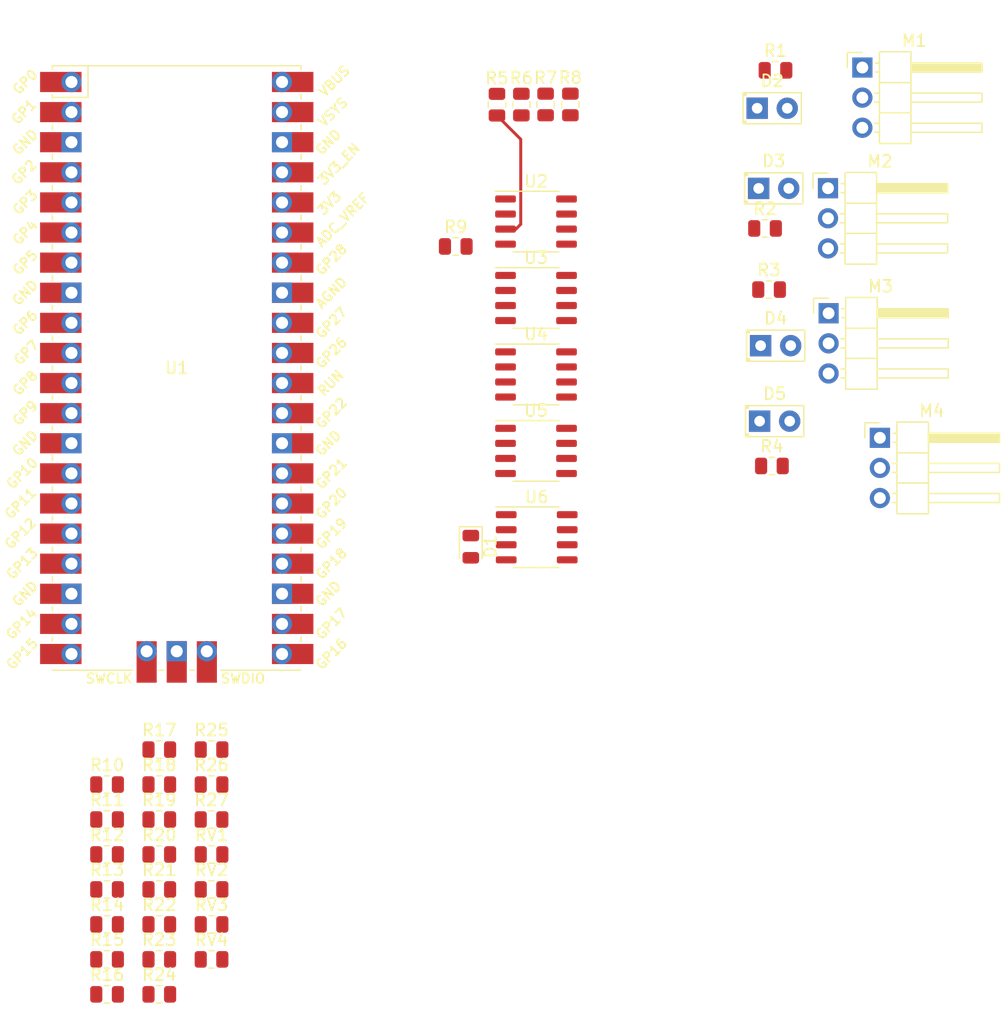
<source format=kicad_pcb>
(kicad_pcb (version 20221018) (generator pcbnew)
  (layers (0 "F.Cu" signal) (31 "B.Cu" signal) (34 "B.Paste" user) (35 "F.Paste" user) (36 "B.SilkS" user "B.Silkscreen") (37 "F.SilkS" user "F.Silkscreen") (38 "B.Mask" user) (39 "F.Mask" user) (44 "Edge.Cuts" user))
  (net 0 "")
  (net 1 "Net-(D1-K)")
  (net 2 "GND")
  (net 3 "Net-(D2-K)")
  (net 4 "OC_o1")
  (net 5 "Net-(D3-K)")
  (net 6 "Net-(D4-K)")
  (net 7 "Net-(D5-K)")
  (net 8 "PWM_1")
  (net 9 "Servo_1")
  (net 10 "PWM_2")
  (net 11 "Servo_2")
  (net 12 "PWM_3")
  (net 13 "Servo_3")
  (net 14 "PWM_4")
  (net 15 "Servo_4")
  (net 16 "VCC")
  (net 17 "Net-(U2A-+)")
  (net 18 "Net-(U2B-+)")
  (net 19 "Net-(U3A-+)")
  (net 20 "Net-(U3B-+)")
  (net 21 "Net-(U2A--)")
  (net 22 "Net-(U2B--)")
  (net 23 "Net-(U3B--)")
  (net 24 "Net-(U3A--)")
  (net 25 "Net-(U6A--)")
  (net 26 "V_ref")
  (net 27 "Net-(RV1-Pad1)")
  (net 28 "OC_1")
  (net 29 "Net-(RV2-Pad1)")
  (net 30 "OC_2")
  (net 31 "Net-(RV3-Pad1)")
  (net 32 "OC_4")
  (net 33 "Net-(RV4-Pad1)")
  (net 34 "OC_3")
  (net 69 "OC_o3")
  (net 70 "OC_o4")
  (net 71 "OC_o2")
  (footprint "Package_SO:SO-8_3.9x4.9mm_P1.27mm" (layer "F.Cu") (at 110.4 70.45)
    (fp_text reference "U5" (at 0 -3.4) (layer "F.SilkS"))
    (fp_text value "LM358")
    (pad "1" smd roundrect (at -2.575 -1.905) (size 1.75 0.6) (layers "F.Cu" "F.Paste" "F.Mask") (net 4 "OC_o1"))
    (pad "2" smd roundrect (at -2.575 -0.635) (size 1.75 0.6) (layers "F.Cu" "F.Paste" "F.Mask") (net 26 "V_ref"))
    (pad "3" smd roundrect (at -2.575 0.635) (size 1.75 0.6) (layers "F.Cu" "F.Paste" "F.Mask") (net 28 "OC_1"))
    (pad "4" smd roundrect (at -2.575 1.905) (size 1.75 0.6) (layers "F.Cu" "F.Paste" "F.Mask") (net 2 "GND"))
    (pad "5" smd roundrect (at 2.575 1.905) (size 1.75 0.6) (layers "F.Cu" "F.Paste" "F.Mask") (net 30 "OC_2"))
    (pad "6" smd roundrect (at 2.575 0.635) (size 1.75 0.6) (layers "F.Cu" "F.Paste" "F.Mask") (net 26 "V_ref"))
    (pad "7" smd roundrect (at 2.575 -0.635) (size 1.75 0.6) (layers "F.Cu" "F.Paste" "F.Mask") (net 71 "OC_o2"))
    (pad "8" smd roundrect (at 2.575 -1.905) (size 1.75 0.6) (layers "F.Cu" "F.Paste" "F.Mask") (net 16 "VCC"))
  )
  (footprint "Resistor_SMD:R_0805_2012Metric" (layer "F.Cu") (at 78.59 113.35)
    (fp_text reference "R23" (at 0 -1.65) (layer "F.SilkS"))
    (fp_text value "22k")
    (pad "1" smd roundrect (at -0.9125 0) (size 1.025 1.4) (layers "F.Cu" "F.Paste" "F.Mask") (roundrect_rratio 0.243902) (net 2 "GND"))
    (pad "2" smd roundrect (at 0.9125 0) (size 1.025 1.4) (layers "F.Cu" "F.Paste" "F.Mask") (roundrect_rratio 0.243902) (net 25 "Net-(U6A--)"))
  )
  (footprint "Resistor_SMD:R_0805_2012Metric" (layer "F.Cu") (at 74.18 107.45)
    (fp_text reference "R13" (at 0 -1.65) (layer "F.SilkS"))
    (fp_text value "1k")
    (pad "1" smd roundrect (at -0.9125 0) (size 1.025 1.4) (layers "F.Cu" "F.Paste" "F.Mask") (roundrect_rratio 0.243902) (net 9 "Servo_1"))
    (pad "2" smd roundrect (at 0.9125 0) (size 1.025 1.4) (layers "F.Cu" "F.Paste" "F.Mask") (roundrect_rratio 0.243902) (net 21 "Net-(U2A--)"))
  )
  (footprint "Resistor_SMD:R_0805_2012Metric" (layer "F.Cu") (at 83 104.5)
    (fp_text reference "RV1" (at 0 -1.65) (layer "F.SilkS"))
    (fp_text value "100k")
    (pad "1" smd roundrect (at -0.9125 0) (size 1.025 1.4) (layers "F.Cu" "F.Paste" "F.Mask") (roundrect_rratio 0.243902) (net 27 "Net-(RV1-Pad1)"))
    (pad "2" smd roundrect (at 0.9125 0) (size 1.025 1.4) (layers "F.Cu" "F.Paste" "F.Mask") (roundrect_rratio 0.243902) (net 28 "OC_1"))
  )
  (footprint "LED_THT:LED_D2.0mm_W4.8mm_H2.5mm_FlatTop" (layer "F.Cu") (at 129.075 41.54)
    (fp_text reference "D2" (at 1.27 -2.31) (layer "F.SilkS"))
    (fp_text value "LED")
    (pad "1" thru_hole rect (at 0 0) (size 1.8 1.8) (drill 0.9) (layers "*.Cu" "*.Mask") (net 3 "Net-(D2-K)"))
    (pad "2" thru_hole circle (at 2.54 0) (size 1.8 1.8) (drill 0.9) (layers "*.Cu" "*.Mask") (net 4 "OC_o1"))
  )
  (footprint "Package_SO:SO-8_3.9x4.9mm_P1.27mm" (layer "F.Cu") (at 110.4575 77.735)
    (fp_text reference "U6" (at 0 -3.4) (layer "F.SilkS"))
    (fp_text value "LM358")
    (pad "1" smd roundrect (at -2.575 -1.905) (size 1.75 0.6) (layers "F.Cu" "F.Paste" "F.Mask") (net 26 "V_ref"))
    (pad "2" smd roundrect (at -2.575 -0.635) (size 1.75 0.6) (layers "F.Cu" "F.Paste" "F.Mask") (net 25 "Net-(U6A--)"))
    (pad "3" smd roundrect (at -2.575 0.635) (size 1.75 0.6) (layers "F.Cu" "F.Paste" "F.Mask") (net 1 "Net-(D1-K)"))
    (pad "4" smd roundrect (at -2.575 1.905) (size 1.75 0.6) (layers "F.Cu" "F.Paste" "F.Mask") (net 2 "GND"))
    (pad "5" smd roundrect (at 2.575 1.905) (size 1.75 0.6) (layers "F.Cu" "F.Paste" "F.Mask"))
    (pad "6" smd roundrect (at 2.575 0.635) (size 1.75 0.6) (layers "F.Cu" "F.Paste" "F.Mask"))
    (pad "7" smd roundrect (at 2.575 -0.635) (size 1.75 0.6) (layers "F.Cu" "F.Paste" "F.Mask"))
    (pad "8" smd roundrect (at 2.575 -1.905) (size 1.75 0.6) (layers "F.Cu" "F.Paste" "F.Mask") (net 16 "VCC"))
  )
  (footprint "Resistor_SMD:R_0805_2012Metric" (layer "F.Cu") (at 109.16 41.23 -90)
    (fp_text reference "R6" (at -2.2425 0 -180) (layer "F.SilkS"))
    (fp_text value "1k")
    (pad "1" smd roundrect (at -0.9125 0 270) (size 1.025 1.4) (layers "F.Cu" "F.Paste" "F.Mask") (roundrect_rratio 0.243902) (net 16 "VCC"))
    (pad "2" smd roundrect (at 0.9125 0 270) (size 1.025 1.4) (layers "F.Cu" "F.Paste" "F.Mask") (roundrect_rratio 0.243902) (net 18 "Net-(U2B-+)"))
  )
  (footprint "Resistor_SMD:R_0805_2012Metric" (layer "F.Cu") (at 83 107.45)
    (fp_text reference "RV2" (at 0 -1.65) (layer "F.SilkS"))
    (fp_text value "100k")
    (pad "1" smd roundrect (at -0.9125 0) (size 1.025 1.4) (layers "F.Cu" "F.Paste" "F.Mask") (roundrect_rratio 0.243902) (net 29 "Net-(RV2-Pad1)"))
    (pad "2" smd roundrect (at 0.9125 0) (size 1.025 1.4) (layers "F.Cu" "F.Paste" "F.Mask") (roundrect_rratio 0.243902) (net 30 "OC_2"))
  )
  (footprint "Resistor_SMD:R_0805_2012Metric" (layer "F.Cu") (at 78.59 104.5)
    (fp_text reference "R20" (at 0 -1.65) (layer "F.SilkS"))
    (fp_text value "4.7k")
    (pad "1" smd roundrect (at -0.9125 0) (size 1.025 1.4) (layers "F.Cu" "F.Paste" "F.Mask") (roundrect_rratio 0.243902) (net 2 "GND"))
    (pad "2" smd roundrect (at 0.9125 0) (size 1.025 1.4) (layers "F.Cu" "F.Paste" "F.Mask") (roundrect_rratio 0.243902) (net 24 "Net-(U3A--)"))
  )
  (footprint "Resistor_SMD:R_0805_2012Metric" (layer "F.Cu") (at 78.59 116.3)
    (fp_text reference "R24" (at 0 -1.65) (layer "F.SilkS"))
    (fp_text value "220")
    (pad "1" smd roundrect (at -0.9125 0) (size 1.025 1.4) (layers "F.Cu" "F.Paste" "F.Mask") (roundrect_rratio 0.243902) (net 3 "Net-(D2-K)"))
    (pad "2" smd roundrect (at 0.9125 0) (size 1.025 1.4) (layers "F.Cu" "F.Paste" "F.Mask") (roundrect_rratio 0.243902) (net 2 "GND"))
  )
  (footprint "Resistor_SMD:R_0805_2012Metric" (layer "F.Cu") (at 83 95.65)
    (fp_text reference "R25" (at 0 -1.65) (layer "F.SilkS"))
    (fp_text value "220")
    (pad "1" smd roundrect (at -0.9125 0) (size 1.025 1.4) (layers "F.Cu" "F.Paste" "F.Mask") (roundrect_rratio 0.243902) (net 5 "Net-(D3-K)"))
    (pad "2" smd roundrect (at 0.9125 0) (size 1.025 1.4) (layers "F.Cu" "F.Paste" "F.Mask") (roundrect_rratio 0.243902) (net 2 "GND"))
  )
  (footprint "Resistor_SMD:R_0805_2012Metric" (layer "F.Cu") (at 107.1 41.2375 -90)
    (fp_text reference "R5" (at -2.24 0 -180) (layer "F.SilkS"))
    (fp_text value "1k")
    (pad "1" smd roundrect (at -0.9125 0 270) (size 1.025 1.4) (layers "F.Cu" "F.Paste" "F.Mask") (roundrect_rratio 0.243902) (net 16 "VCC"))
    (pad "2" smd roundrect (at 0.9125 0 270) (size 1.025 1.4) (layers "F.Cu" "F.Paste" "F.Mask") (roundrect_rratio 0.243902) (net 17 "Net-(U2A-+)"))
  )
  (footprint "Resistor_SMD:R_0805_2012Metric" (layer "F.Cu") (at 78.59 107.45)
    (fp_text reference "R21" (at 0 -1.65) (layer "F.SilkS"))
    (fp_text value "10k")
    (pad "1" smd roundrect (at -0.9125 0) (size 1.025 1.4) (layers "F.Cu" "F.Paste" "F.Mask") (roundrect_rratio 0.243902) (net 16 "VCC"))
    (pad "2" smd roundrect (at 0.9125 0) (size 1.025 1.4) (layers "F.Cu" "F.Paste" "F.Mask") (roundrect_rratio 0.243902) (net 1 "Net-(D1-K)"))
  )
  (footprint "Resistor_SMD:R_0805_2012Metric" (layer "F.Cu") (at 83 98.6)
    (fp_text reference "R26" (at 0 -1.65) (layer "F.SilkS"))
    (fp_text value "220")
    (pad "1" smd roundrect (at -0.9125 0) (size 1.025 1.4) (layers "F.Cu" "F.Paste" "F.Mask") (roundrect_rratio 0.243902) (net 6 "Net-(D4-K)"))
    (pad "2" smd roundrect (at 0.9125 0) (size 1.025 1.4) (layers "F.Cu" "F.Paste" "F.Mask") (roundrect_rratio 0.243902) (net 2 "GND"))
  )
  (footprint "Resistor_SMD:R_0805_2012Metric" (layer "F.Cu") (at 74.18 98.6)
    (fp_text reference "R10" (at 0 -1.65) (layer "F.SilkS"))
    (fp_text value "4.7k")
    (pad "1" smd roundrect (at -0.9125 0) (size 1.025 1.4) (layers "F.Cu" "F.Paste" "F.Mask") (roundrect_rratio 0.243902) (net 18 "Net-(U2B-+)"))
    (pad "2" smd roundrect (at 0.9125 0) (size 1.025 1.4) (layers "F.Cu" "F.Paste" "F.Mask") (roundrect_rratio 0.243902) (net 2 "GND"))
  )
  (footprint "Connector_PinHeader_2.54mm:PinHeader_1x03_P2.54mm_Horizontal" (layer "F.Cu") (at 135.055 48.285)
    (fp_text reference "M2" (at 4.385 -2.27) (layer "F.SilkS"))
    (fp_text value "Motor_Servo")
    (pad "1" thru_hole rect (at 0 0) (size 1.7 1.7) (drill 1) (layers "*.Cu" "*.Mask") (net 10 "PWM_2"))
    (pad "2" thru_hole oval (at 0 2.54) (size 1.7 1.7) (drill 1) (layers "*.Cu" "*.Mask") (net 11 "Servo_2"))
    (pad "3" thru_hole oval (at 0 5.08) (size 1.7 1.7) (drill 1) (layers "*.Cu" "*.Mask") (net 2 "GND"))
  )
  (footprint "LED_THT:LED_D2.0mm_W4.8mm_H2.5mm_FlatTop" (layer "F.Cu") (at 129.365 61.57)
    (fp_text reference "D4" (at 1.27 -2.31) (layer "F.SilkS"))
    (fp_text value "LED")
    (pad "1" thru_hole rect (at 0 0) (size 1.8 1.8) (drill 0.9) (layers "*.Cu" "*.Mask") (net 6 "Net-(D4-K)"))
    (pad "2" thru_hole circle (at 2.54 0) (size 1.8 1.8) (drill 0.9) (layers "*.Cu" "*.Mask") (net 4 "OC_o1"))
  )
  (footprint "Connector_PinHeader_2.54mm:PinHeader_1x03_P2.54mm_Horizontal" (layer "F.Cu") (at 135.105 58.835)
    (fp_text reference "M3" (at 4.385 -2.27) (layer "F.SilkS"))
    (fp_text value "Motor_Servo")
    (pad "1" thru_hole rect (at 0 0) (size 1.7 1.7) (drill 1) (layers "*.Cu" "*.Mask") (net 12 "PWM_3"))
    (pad "2" thru_hole oval (at 0 2.54) (size 1.7 1.7) (drill 1) (layers "*.Cu" "*.Mask") (net 13 "Servo_3"))
    (pad "3" thru_hole oval (at 0 5.08) (size 1.7 1.7) (drill 1) (layers "*.Cu" "*.Mask") (net 2 "GND"))
  )
  (footprint "Resistor_SMD:R_0805_2012Metric" (layer "F.Cu") (at 130.0775 56.84)
    (fp_text reference "R3" (at 0 -1.65) (layer "F.SilkS"))
    (fp_text value "0.6")
    (pad "1" smd roundrect (at -0.9125 0) (size 1.025 1.4) (layers "F.Cu" "F.Paste" "F.Mask") (roundrect_rratio 0.243902) (net 16 "VCC"))
    (pad "2" smd roundrect (at 0.9125 0) (size 1.025 1.4) (layers "F.Cu" "F.Paste" "F.Mask") (roundrect_rratio 0.243902) (net 13 "Servo_3"))
  )
  (footprint "Resistor_SMD:R_0805_2012Metric" (layer "F.Cu") (at 129.7375 51.68)
    (fp_text reference "R2" (at 0 -1.65) (layer "F.SilkS"))
    (fp_text value "0.6")
    (pad "1" smd roundrect (at -0.9125 0) (size 1.025 1.4) (layers "F.Cu" "F.Paste" "F.Mask") (roundrect_rratio 0.243902) (net 16 "VCC"))
    (pad "2" smd roundrect (at 0.9125 0) (size 1.025 1.4) (layers "F.Cu" "F.Paste" "F.Mask") (roundrect_rratio 0.243902) (net 11 "Servo_2"))
  )
  (footprint "Connector_PinHeader_2.54mm:PinHeader_1x03_P2.54mm_Horizontal" (layer "F.Cu") (at 137.955 38.105)
    (fp_text reference "M1" (at 4.385 -2.27) (layer "F.SilkS"))
    (fp_text value "Motor_Servo")
    (pad "1" thru_hole rect (at 0 0) (size 1.7 1.7) (drill 1) (layers "*.Cu" "*.Mask") (net 8 "PWM_1"))
    (pad "2" thru_hole oval (at 0 2.54) (size 1.7 1.7) (drill 1) (layers "*.Cu" "*.Mask") (net 9 "Servo_1"))
    (pad "3" thru_hole oval (at 0 5.08) (size 1.7 1.7) (drill 1) (layers "*.Cu" "*.Mask") (net 2 "GND"))
  )
  (footprint "Package_SO:SO-8_3.9x4.9mm_P1.27mm" (layer "F.Cu") (at 110.4 51.1)
    (fp_text reference "U2" (at 0 -3.4) (layer "F.SilkS"))
    (fp_text value "LM358")
    (pad "1" smd roundrect (at -2.575 -1.905) (size 1.75 0.6) (layers "F.Cu" "F.Paste" "F.Mask") (net 27 "Net-(RV1-Pad1)"))
    (pad "2" smd roundrect (at -2.575 -0.635) (size 1.75 0.6) (layers "F.Cu" "F.Paste" "F.Mask") (net 21 "Net-(U2A--)"))
    (pad "3" smd roundrect (at -2.575 0.635) (size 1.75 0.6) (layers "F.Cu" "F.Paste" "F.Mask") (net 17 "Net-(U2A-+)"))
    (pad "4" smd roundrect (at -2.575 1.905) (size 1.75 0.6) (layers "F.Cu" "F.Paste" "F.Mask") (net 2 "GND"))
    (pad "5" smd roundrect (at 2.575 1.905) (size 1.75 0.6) (layers "F.Cu" "F.Paste" "F.Mask") (net 18 "Net-(U2B-+)"))
    (pad "6" smd roundrect (at 2.575 0.635) (size 1.75 0.6) (layers "F.Cu" "F.Paste" "F.Mask") (net 22 "Net-(U2B--)"))
    (pad "7" smd roundrect (at 2.575 -0.635) (size 1.75 0.6) (layers "F.Cu" "F.Paste" "F.Mask") (net 29 "Net-(RV2-Pad1)"))
    (pad "8" smd roundrect (at 2.575 -1.905) (size 1.75 0.6) (layers "F.Cu" "F.Paste" "F.Mask") (net 16 "VCC"))
  )
  (footprint "Resistor_SMD:R_0805_2012Metric" (layer "F.Cu") (at 78.59 110.4)
    (fp_text reference "R22" (at 0 -1.65) (layer "F.SilkS"))
    (fp_text value "47k")
    (pad "1" smd roundrect (at -0.9125 0) (size 1.025 1.4) (layers "F.Cu" "F.Paste" "F.Mask") (roundrect_rratio 0.243902) (net 25 "Net-(U6A--)"))
    (pad "2" smd roundrect (at 0.9125 0) (size 1.025 1.4) (layers "F.Cu" "F.Paste" "F.Mask") (roundrect_rratio 0.243902) (net 26 "V_ref"))
  )
  (footprint "Resistor_SMD:R_0805_2012Metric" (layer "F.Cu") (at 113.3 41.22 -90)
    (fp_text reference "R8" (at -2.2625 0 -180) (layer "F.SilkS"))
    (fp_text value "1k")
    (pad "1" smd roundrect (at -0.9125 0 270) (size 1.025 1.4) (layers "F.Cu" "F.Paste" "F.Mask") (roundrect_rratio 0.243902) (net 16 "VCC"))
    (pad "2" smd roundrect (at 0.9125 0 270) (size 1.025 1.4) (layers "F.Cu" "F.Paste" "F.Mask") (roundrect_rratio 0.243902) (net 20 "Net-(U3B-+)"))
  )
  (footprint "Resistor_SMD:R_0805_2012Metric" (layer "F.Cu") (at 103.6225 53.2)
    (fp_text reference "R9" (at 0 -1.65) (layer "F.SilkS"))
    (fp_text value "4.7k")
    (pad "1" smd roundrect (at -0.9125 0) (size 1.025 1.4) (layers "F.Cu" "F.Paste" "F.Mask") (roundrect_rratio 0.243902) (net 17 "Net-(U2A-+)"))
    (pad "2" smd roundrect (at 0.9125 0) (size 1.025 1.4) (layers "F.Cu" "F.Paste" "F.Mask") (roundrect_rratio 0.243902) (net 2 "GND"))
  )
  (footprint "Resistor_SMD:R_0805_2012Metric" (layer "F.Cu") (at 111.21 41.22 -90)
    (fp_text reference "R7" (at -2.2425 0 -180) (layer "F.SilkS"))
    (fp_text value "1k")
    (pad "1" smd roundrect (at -0.9125 0 270) (size 1.025 1.4) (layers "F.Cu" "F.Paste" "F.Mask") (roundrect_rratio 0.243902) (net 16 "VCC"))
    (pad "2" smd roundrect (at 0.9125 0 270) (size 1.025 1.4) (layers "F.Cu" "F.Paste" "F.Mask") (roundrect_rratio 0.243902) (net 19 "Net-(U3A-+)"))
  )
  (footprint "Resistor_SMD:R_0805_2012Metric" (layer "F.Cu") (at 74.18 113.35)
    (fp_text reference "R15" (at 0 -1.65) (layer "F.SilkS"))
    (fp_text value "1k")
    (pad "1" smd roundrect (at -0.9125 0) (size 1.025 1.4) (layers "F.Cu" "F.Paste" "F.Mask") (roundrect_rratio 0.243902) (net 11 "Servo_2"))
    (pad "2" smd roundrect (at 0.9125 0) (size 1.025 1.4) (layers "F.Cu" "F.Paste" "F.Mask") (roundrect_rratio 0.243902) (net 22 "Net-(U2B--)"))
  )
  (footprint "Resistor_SMD:R_0805_2012Metric" (layer "F.Cu") (at 130.3175 71.72)
    (fp_text reference "R4" (at 0 -1.65) (layer "F.SilkS"))
    (fp_text value "0.6")
    (pad "1" smd roundrect (at -0.9125 0) (size 1.025 1.4) (layers "F.Cu" "F.Paste" "F.Mask") (roundrect_rratio 0.243902) (net 16 "VCC"))
    (pad "2" smd roundrect (at 0.9125 0) (size 1.025 1.4) (layers "F.Cu" "F.Paste" "F.Mask") (roundrect_rratio 0.243902) (net 15 "Servo_4"))
  )
  (footprint "Resistor_SMD:R_0805_2012Metric" (layer "F.Cu") (at 74.18 110.4)
    (fp_text reference "R14" (at 0 -1.65) (layer "F.SilkS"))
    (fp_text value "4.7k")
    (pad "1" smd roundrect (at -0.9125 0) (size 1.025 1.4) (layers "F.Cu" "F.Paste" "F.Mask") (roundrect_rratio 0.243902) (net 2 "GND"))
    (pad "2" smd roundrect (at 0.9125 0) (size 1.025 1.4) (layers "F.Cu" "F.Paste" "F.Mask") (roundrect_rratio 0.243902) (net 21 "Net-(U2A--)"))
  )
  (footprint "Resistor_SMD:R_0805_2012Metric" (layer "F.Cu") (at 83 110.4)
    (fp_text reference "RV3" (at 0 -1.65) (layer "F.SilkS"))
    (fp_text value "100k")
    (pad "1" smd roundrect (at -0.9125 0) (size 1.025 1.4) (layers "F.Cu" "F.Paste" "F.Mask") (roundrect_rratio 0.243902) (net 31 "Net-(RV3-Pad1)"))
    (pad "2" smd roundrect (at 0.9125 0) (size 1.025 1.4) (layers "F.Cu" "F.Paste" "F.Mask") (roundrect_rratio 0.243902) (net 32 "OC_4"))
  )
  (footprint "Diode_SMD:D_0805_2012Metric" (layer "F.Cu") (at 104.8925 78.53 -90)
    (fp_text reference "D1" (at 0 -1.65 -90) (layer "F.SilkS"))
    (fp_text value "1N4001")
    (pad "1" smd roundrect (at -0.9375 0 270) (size 0.975 1.4) (layers "F.Cu" "F.Paste" "F.Mask") (net 1 "Net-(D1-K)"))
    (pad "2" smd roundrect (at 0.9375 0 270) (size 0.975 1.4) (layers "F.Cu" "F.Paste" "F.Mask") (net 2 "GND"))
  )
  (footprint "Resistor_SMD:R_0805_2012Metric" (layer "F.Cu") (at 78.59 98.6)
    (fp_text reference "R18" (at 0 -1.65) (layer "F.SilkS"))
    (fp_text value "4.7k")
    (pad "1" smd roundrect (at -0.9125 0) (size 1.025 1.4) (layers "F.Cu" "F.Paste" "F.Mask") (roundrect_rratio 0.243902) (net 2 "GND"))
    (pad "2" smd roundrect (at 0.9125 0) (size 1.025 1.4) (layers "F.Cu" "F.Paste" "F.Mask") (roundrect_rratio 0.243902) (net 23 "Net-(U3B--)"))
  )
  (footprint "Resistor_SMD:R_0805_2012Metric" (layer "F.Cu") (at 130.62 38.34)
    (fp_text reference "R1" (at 0 -1.65) (layer "F.SilkS"))
    (fp_text value "0.6")
    (pad "1" smd roundrect (at -0.9125 0) (size 1.025 1.4) (layers "F.Cu" "F.Paste" "F.Mask") (roundrect_rratio 0.243902) (net 16 "VCC"))
    (pad "2" smd roundrect (at 0.9125 0) (size 1.025 1.4) (layers "F.Cu" "F.Paste" "F.Mask") (roundrect_rratio 0.243902) (net 9 "Servo_1"))
  )
  (footprint "LED_THT:LED_D2.0mm_W4.8mm_H2.5mm_FlatTop" (layer "F.Cu") (at 129.28 67.94)
    (fp_text reference "D5" (at 1.27 -2.31) (layer "F.SilkS"))
    (fp_text value "LED")
    (pad "1" thru_hole rect (at 0 0) (size 1.8 1.8) (drill 0.9) (layers "*.Cu" "*.Mask") (net 7 "Net-(D5-K)"))
    (pad "2" thru_hole circle (at 2.54 0) (size 1.8 1.8) (drill 0.9) (layers "*.Cu" "*.Mask") (net 4 "OC_o1"))
  )
  (footprint "Resistor_SMD:R_0805_2012Metric" (layer "F.Cu") (at 83 113.35)
    (fp_text reference "RV4" (at 0 -1.65) (layer "F.SilkS"))
    (fp_text value "100k")
    (pad "1" smd roundrect (at -0.9125 0) (size 1.025 1.4) (layers "F.Cu" "F.Paste" "F.Mask") (roundrect_rratio 0.243902) (net 33 "Net-(RV4-Pad1)"))
    (pad "2" smd roundrect (at 0.9125 0) (size 1.025 1.4) (layers "F.Cu" "F.Paste" "F.Mask") (roundrect_rratio 0.243902) (net 34 "OC_3"))
  )
  (footprint "Resistor_SMD:R_0805_2012Metric" (layer "F.Cu") (at 78.59 101.55)
    (fp_text reference "R19" (at 0 -1.65) (layer "F.SilkS"))
    (fp_text value "1k")
    (pad "1" smd roundrect (at -0.9125 0) (size 1.025 1.4) (layers "F.Cu" "F.Paste" "F.Mask") (roundrect_rratio 0.243902) (net 13 "Servo_3"))
    (pad "2" smd roundrect (at 0.9125 0) (size 1.025 1.4) (layers "F.Cu" "F.Paste" "F.Mask") (roundrect_rratio 0.243902) (net 24 "Net-(U3A--)"))
  )
  (footprint "Resistor_SMD:R_0805_2012Metric" (layer "F.Cu") (at 74.18 104.5)
    (fp_text reference "R12" (at 0 -1.65) (layer "F.SilkS"))
    (fp_text value "4.7k")
    (pad "1" smd roundrect (at -0.9125 0) (size 1.025 1.4) (layers "F.Cu" "F.Paste" "F.Mask") (roundrect_rratio 0.243902) (net 19 "Net-(U3A-+)"))
    (pad "2" smd roundrect (at 0.9125 0) (size 1.025 1.4) (layers "F.Cu" "F.Paste" "F.Mask") (roundrect_rratio 0.243902) (net 2 "GND"))
  )
  (footprint "Package_SO:SO-8_3.9x4.9mm_P1.27mm" (layer "F.Cu") (at 110.4 64)
    (fp_text reference "U4" (at 0 -3.4) (layer "F.SilkS"))
    (fp_text value "LM358")
    (pad "1" smd roundrect (at -2.575 -1.905) (size 1.75 0.6) (layers "F.Cu" "F.Paste" "F.Mask") (net 69 "OC_o3"))
    (pad "2" smd roundrect (at -2.575 -0.635) (size 1.75 0.6) (layers "F.Cu" "F.Paste" "F.Mask") (net 34 "OC_3"))
    (pad "3" smd roundrect (at -2.575 0.635) (size 1.75 0.6) (layers "F.Cu" "F.Paste" "F.Mask") (net 26 "V_ref"))
    (pad "4" smd roundrect (at -2.575 1.905) (size 1.75 0.6) (layers "F.Cu" "F.Paste" "F.Mask") (net 2 "GND"))
    (pad "5" smd roundrect (at 2.575 1.905) (size 1.75 0.6) (layers "F.Cu" "F.Paste" "F.Mask") (net 26 "V_ref"))
    (pad "6" smd roundrect (at 2.575 0.635) (size 1.75 0.6) (layers "F.Cu" "F.Paste" "F.Mask") (net 32 "OC_4"))
    (pad "7" smd roundrect (at 2.575 -0.635) (size 1.75 0.6) (layers "F.Cu" "F.Paste" "F.Mask") (net 70 "OC_o4"))
    (pad "8" smd roundrect (at 2.575 -1.905) (size 1.75 0.6) (layers "F.Cu" "F.Paste" "F.Mask") (net 16 "VCC"))
  )
  (footprint "Resistor_SMD:R_0805_2012Metric" (layer "F.Cu") (at 78.59 95.65)
    (fp_text reference "R17" (at 0 -1.65) (layer "F.SilkS"))
    (fp_text value "1k")
    (pad "1" smd roundrect (at -0.9125 0) (size 1.025 1.4) (layers "F.Cu" "F.Paste" "F.Mask") (roundrect_rratio 0.243902) (net 15 "Servo_4"))
    (pad "2" smd roundrect (at 0.9125 0) (size 1.025 1.4) (layers "F.Cu" "F.Paste" "F.Mask") (roundrect_rratio 0.243902) (net 23 "Net-(U3B--)"))
  )
  (footprint "Raspberry PI Pico:RPi_Pico_SMD_TH" (layer "F.Cu") (at 80.0625 63.455)
    (fp_text reference "U1" (at 0 0) (layer "F.SilkS"))
    (fp_text value "Pico")
    (fp_text user "GP8" (at -12.8 1.27 45) (layer "F.SilkS") (effects (font (size 0.8 0.8))))
    (fp_text user "GP11" (at -13.2 11.43 45) (layer "F.SilkS") (effects (font (size 0.8 0.8))))
    (fp_text user "GP13" (at -13.054 16.51 45) (layer "F.SilkS") (effects (font (size 0.8 0.8))))
    (fp_text user "GP20" (at 13.054 11.43 45) (layer "F.SilkS") (effects (font (size 0.8 0.8))))
    (fp_text user "GP9" (at -12.8 3.81 45) (layer "F.SilkS") (effects (font (size 0.8 0.8))))
    (fp_text user "GP26" (at 13.054 -1.27 45) (layer "F.SilkS") (effects (font (size 0.8 0.8))))
    (fp_text user "GP3" (at -12.8 -13.97 45) (layer "F.SilkS") (effects (font (size 0.8 0.8))))
    (fp_text user "GP0" (at -12.8 -24.13 45) (layer "F.SilkS") (effects (font (size 0.8 0.8))))
    (fp_text user "GND" (at -12.8 19.05 45) (layer "F.SilkS") (effects (font (size 0.8 0.8))))
    (fp_text user "GND" (at -12.8 -6.35 45) (layer "F.SilkS") (effects (font (size 0.8 0.8))))
    (fp_text user "GND" (at -12.8 -19.05 45) (layer "F.SilkS") (effects (font (size 0.8 0.8))))
    (fp_text user "GP10" (at -13.054 8.89 45) (layer "F.SilkS") (effects (font (size 0.8 0.8))))
    (fp_text user "RUN" (at 13 1.27 45) (layer "F.SilkS") (effects (font (size 0.8 0.8))))
    (fp_text user "SWDIO" (at 5.6 26.2) (layer "F.SilkS") (effects (font (size 0.8 0.8))))
    (fp_text user "GP28" (at 13.054 -9.144 45) (layer "F.SilkS") (effects (font (size 0.8 0.8))))
    (fp_text user "SWCLK" (at -5.7 26.2) (layer "F.SilkS") (effects (font (size 0.8 0.8))))
    (fp_text user "GND" (at 12.8 6.35 45) (layer "F.SilkS") (effects (font (size 0.8 0.8))))
    (fp_text user "GP16" (at 13.054 24.13 45) (layer "F.SilkS") (effects (font (size 0.8 0.8))))
    (fp_text user "GP1" (at -12.9 -21.6 45) (layer "F.SilkS") (effects (font (size 0.8 0.8))))
    (fp_text user "GP15" (at -13.054 24.13 45) (layer "F.SilkS") (effects (font (size 0.8 0.8))))
    (fp_text user "3V3_EN" (at 13.7 -17.2 45) (layer "F.SilkS") (effects (font (size 0.8 0.8))))
    (fp_text user "VSYS" (at 13.2 -21.59 45) (layer "F.SilkS") (effects (font (size 0.8 0.8))))
    (fp_text user "GP6" (at -12.8 -3.81 45) (layer "F.SilkS") (effects (font (size 0.8 0.8))))
    (fp_text user "GND" (at 12.8 -19.05 45) (layer "F.SilkS") (effects (font (size 0.8 0.8))))
    (fp_text user "GND" (at 12.8 19.05 45) (layer "F.SilkS") (effects (font (size 0.8 0.8))))
    (fp_text user "GP2" (at -12.9 -16.51 45) (layer "F.SilkS") (effects (font (size 0.8 0.8))))
    (fp_text user "GP19" (at 13.054 13.97 45) (layer "F.SilkS") (effects (font (size 0.8 0.8))))
    (fp_text user "GP5" (at -12.8 -8.89 45) (layer "F.SilkS") (effects (font (size 0.8 0.8))))
    (fp_text user "ADC_VREF" (at 14 -12.5 45) (layer "F.SilkS") (effects (font (size 0.8 0.8))))
    (fp_text user "GND" (at -12.8 6.35 45) (layer "F.SilkS") (effects (font (size 0.8 0.8))))
    (fp_text user "GP14" (at -13.1 21.59 45) (layer "F.SilkS") (effects (font (size 0.8 0.8))))
    (fp_text user "GP21" (at 13.054 8.9 45) (layer "F.SilkS") (effects (font (size 0.8 0.8))))
    (fp_text user "GP18" (at 13.054 16.51 45) (layer "F.SilkS") (effects (font (size 0.8 0.8))))
    (fp_text user "GP27" (at 13.054 -3.8 45) (layer "F.SilkS") (effects (font (size 0.8 0.8))))
    (fp_text user "GP12" (at -13.2 13.97 45) (layer "F.SilkS") (effects (font (size 0.8 0.8))))
    (fp_text user "3V3" (at 12.9 -13.9 45) (layer "F.SilkS") (effects (font (size 0.8 0.8))))
    (fp_text user "GP17" (at 13.054 21.59 45) (layer "F.SilkS") (effects (font (size 0.8 0.8))))
    (fp_text user "GP7" (at -12.7 -1.3 45) (layer "F.SilkS") (effects (font (size 0.8 0.8))))
    (fp_text user "AGND" (at 13.054 -6.35 45) (layer "F.SilkS") (effects (font (size 0.8 0.8))))
    (fp_text user "VBUS" (at 13.3 -24.2 45) (layer "F.SilkS") (effects (font (size 0.8 0.8))))
    (fp_text user "GP4" (at -12.8 -11.43 45) (layer "F.SilkS") (effects (font (size 0.8 0.8))))
    (fp_text user "GP22" (at 13.054 3.81 45) (layer "F.SilkS") (effects (font (size 0.8 0.8))))
    (pad "" np_thru_hole oval (at -2.725 -24) (size 1.8 1.8) (drill 1.8) (layers "*.Cu" "*.Mask"))
    (pad "" np_thru_hole oval (at -2.425 -20.97) (size 1.5 1.5) (drill 1.5) (layers "*.Cu" "*.Mask"))
    (pad "" np_thru_hole oval (at 2.425 -20.97) (size 1.5 1.5) (drill 1.5) (layers "*.Cu" "*.Mask"))
    (pad "" np_thru_hole oval (at 2.725 -24) (size 1.8 1.8) (drill 1.8) (layers "*.Cu" "*.Mask"))
    (pad "1" thru_hole oval (at -8.89 -24.13) (size 1.7 1.7) (drill 1.02) (layers "*.Cu" "*.Mask"))
    (pad "1" smd rect (at -8.89 -24.13) (size 3.5 1.7) (drill (offset -0.9 0)) (layers "F.Cu" "F.Mask"))
    (pad "2" thru_hole oval (at -8.89 -21.59) (size 1.7 1.7) (drill 1.02) (layers "*.Cu" "*.Mask"))
    (pad "2" smd rect (at -8.89 -21.59) (size 3.5 1.7) (drill (offset -0.9 0)) (layers "F.Cu" "F.Mask"))
    (pad "3" thru_hole rect (at -8.89 -19.05) (size 1.7 1.7) (drill 1.02) (layers "*.Cu" "*.Mask"))
    (pad "3" smd rect (at -8.89 -19.05) (size 3.5 1.7) (drill (offset -0.9 0)) (layers "F.Cu" "F.Mask"))
    (pad "4" thru_hole oval (at -8.89 -16.51) (size 1.7 1.7) (drill 1.02) (layers "*.Cu" "*.Mask"))
    (pad "4" smd rect (at -8.89 -16.51) (size 3.5 1.7) (drill (offset -0.9 0)) (layers "F.Cu" "F.Mask"))
    (pad "5" thru_hole oval (at -8.89 -13.97) (size 1.7 1.7) (drill 1.02) (layers "*.Cu" "*.Mask"))
    (pad "5" smd rect (at -8.89 -13.97) (size 3.5 1.7) (drill (offset -0.9 0)) (layers "F.Cu" "F.Mask"))
    (pad "6" thru_hole oval (at -8.89 -11.43) (size 1.7 1.7) (drill 1.02) (layers "*.Cu" "*.Mask"))
    (pad "6" smd rect (at -8.89 -11.43) (size 3.5 1.7) (drill (offset -0.9 0)) (layers "F.Cu" "F.Mask"))
    (pad "7" thru_hole oval (at -8.89 -8.89) (size 1.7 1.7) (drill 1.02) (layers "*.Cu" "*.Mask"))
    (pad "7" smd rect (at -8.89 -8.89) (size 3.5 1.7) (drill (offset -0.9 0)) (layers "F.Cu" "F.Mask"))
    (pad "8" thru_hole rect (at -8.89 -6.35) (size 1.7 1.7) (drill 1.02) (layers "*.Cu" "*.Mask"))
    (pad "8" smd rect (at -8.89 -6.35) (size 3.5 1.7) (drill (offset -0.9 0)) (layers "F.Cu" "F.Mask"))
    (pad "9" thru_hole oval (at -8.89 -3.81) (size 1.7 1.7) (drill 1.02) (layers "*.Cu" "*.Mask"))
    (pad "9" smd rect (at -8.89 -3.81) (size 3.5 1.7) (drill (offset -0.9 0)) (layers "F.Cu" "F.Mask"))
    (pad "10" thru_hole oval (at -8.89 -1.27) (size 1.7 1.7) (drill 1.02) (layers "*.Cu" "*.Mask"))
    (pad "10" smd rect (at -8.89 -1.27) (size 3.5 1.7) (drill (offset -0.9 0)) (layers "F.Cu" "F.Mask"))
    (pad "11" thru_hole oval (at -8.89 1.27) (size 1.7 1.7) (drill 1.02) (layers "*.Cu" "*.Mask"))
    (pad "11" smd rect (at -8.89 1.27) (size 3.5 1.7) (drill (offset -0.9 0)) (layers "F.Cu" "F.Mask"))
    (pad "12" thru_hole oval (at -8.89 3.81) (size 1.7 1.7) (drill 1.02) (layers "*.Cu" "*.Mask"))
    (pad "12" smd rect (at -8.89 3.81) (size 3.5 1.7) (drill (offset -0.9 0)) (layers "F.Cu" "F.Mask"))
    (pad "13" thru_hole rect (at -8.89 6.35) (size 1.7 1.7) (drill 1.02) (layers "*.Cu" "*.Mask"))
    (pad "13" smd rect (at -8.89 6.35) (size 3.5 1.7) (drill (offset -0.9 0)) (layers "F.Cu" "F.Mask"))
    (pad "14" thru_hole oval (at -8.89 8.89) (size 1.7 1.7) (drill 1.02) (layers "*.Cu" "*.Mask") (net 4 "OC_o1"))
    (pad "14" smd rect (at -8.89 8.89) (size 3.5 1.7) (drill (offset -0.9 0)) (layers "F.Cu" "F.Mask") (net 4 "OC_o1"))
    (pad "15" thru_hole oval (at -8.89 11.43) (size 1.7 1.7) (drill 1.02) (layers "*.Cu" "*.Mask") (net 4 "OC_o1"))
    (pad "15" smd rect (at -8.89 11.43) (size 3.5 1.7) (drill (offset -0.9 0)) (layers "F.Cu" "F.Mask") (net 4 "OC_o1"))
    (pad "16" thru_hole oval (at -8.89 13.97) (size 1.7 1.7) (drill 1.02) (layers "*.Cu" "*.Mask") (net 4 "OC_o1"))
    (pad "16" smd rect (at -8.89 13.97) (size 3.5 1.7) (drill (offset -0.9 0)) (layers "F.Cu" "F.Mask") (net 4 "OC_o1"))
    (pad "17" thru_hole oval (at -8.89 16.51) (size 1.7 1.7) (drill 1.02) (layers "*.Cu" "*.Mask") (net 4 "OC_o1"))
    (pad "17" smd rect (at -8.89 16.51) (size 3.5 1.7) (drill (offset -0.9 0)) (layers "F.Cu" "F.Mask") (net 4 "OC_o1"))
    (pad "18" thru_hole rect (at -8.89 19.05) (size 1.7 1.7) (drill 1.02) (layers "*.Cu" "*.Mask"))
    (pad "18" smd rect (at -8.89 19.05) (size 3.5 1.7) (drill (offset -0.9 0)) (layers "F.Cu" "F.Mask"))
    (pad "19" thru_hole oval (at -8.89 21.59) (size 1.7 1.7) (drill 1.02) (layers "*.Cu" "*.Mask"))
    (pad "19" smd rect (at -8.89 21.59) (size 3.5 1.7) (drill (offset -0.9 0)) (layers "F.Cu" "F.Mask"))
    (pad "20" thru_hole oval (at -8.89 24.13) (size 1.7 1.7) (drill 1.02) (layers "*.Cu" "*.Mask"))
    (pad "20" smd rect (at -8.89 24.13) (size 3.5 1.7) (drill (offset -0.9 0)) (layers "F.Cu" "F.Mask"))
    (pad "21" thru_hole oval (at 8.89 24.13) (size 1.7 1.7) (drill 1.02) (layers "*.Cu" "*.Mask"))
    (pad "21" smd rect (at 8.89 24.13) (size 3.5 1.7) (drill (offset 0.9 0)) (layers "F.Cu" "F.Mask"))
    (pad "22" thru_hole oval (at 8.89 21.59) (size 1.7 1.7) (drill 1.02) (layers "*.Cu" "*.Mask"))
    (pad "22" smd rect (at 8.89 21.59) (size 3.5 1.7) (drill (offset 0.9 0)) (layers "F.Cu" "F.Mask"))
    (pad "23" thru_hole rect (at 8.89 19.05) (size 1.7 1.7) (drill 1.02) (layers "*.Cu" "*.Mask"))
    (pad "23" smd rect (at 8.89 19.05) (size 3.5 1.7) (drill (offset 0.9 0)) (layers "F.Cu" "F.Mask"))
    (pad "24" thru_hole oval (at 8.89 16.51) (size 1.7 1.7) (drill 1.02) (layers "*.Cu" "*.Mask") (net 8 "PWM_1"))
    (pad "24" smd rect (at 8.89 16.51) (size 3.5 1.7) (drill (offset 0.9 0)) (layers "F.Cu" "F.Mask") (net 8 "PWM_1"))
    (pad "25" thru_hole oval (at 8.89 13.97) (size 1.7 1.7) (drill 1.02) (layers "*.Cu" "*.Mask") (net 8 "PWM_1"))
    (pad "25" smd rect (at 8.89 13.97) (size 3.5 1.7) (drill (offset 0.9 0)) (layers "F.Cu" "F.Mask") (net 8 "PWM_1"))
    (pad "26" thru_hole oval (at 8.89 11.43) (size 1.7 1.7) (drill 1.02) (layers "*.Cu" "*.Mask") (net 8 "PWM_1"))
    (pad "26" smd rect (at 8.89 11.43) (size 3.5 1.7) (drill (offset 0.9 0)) (layers "F.Cu" "F.Mask") (net 8 "PWM_1"))
    (pad "27" thru_hole oval (at 8.89 8.89) (size 1.7 1.7) (drill 1.02) (layers "*.Cu" "*.Mask") (net 8 "PWM_1"))
    (pad "27" smd rect (at 8.89 8.89) (size 3.5 1.7) (drill (offset 0.9 0)) (layers "F.Cu" "F.Mask") (net 8 "PWM_1"))
    (pad "28" thru_hole rect (at 8.89 6.35) (size 1.7 1.7) (drill 1.02) (layers "*.Cu" "*.Mask"))
    (pad "28" smd rect (at 8.89 6.35) (size 3.5 1.7) (drill (offset 0.9 0)) (layers "F.Cu" "F.Mask"))
    (pad "29" thru_hole oval (at 8.89 3.81) (size 1.7 1.7) (drill 1.02) (layers "*.Cu" "*.Mask"))
    (pad "29" smd rect (at 8.89 3.81) (size 3.5 1.7) (drill (offset 0.9 0)) (layers "F.Cu" "F.Mask"))
    (pad "30" thru_hole oval (at 8.89 1.27) (size 1.7 1.7) (drill 1.02) (layers "*.Cu" "*.Mask"))
    (pad "30" smd rect (at 8.89 1.27) (size 3.5 1.7) (drill (offset 0.9 0)) (layers "F.Cu" "F.Mask"))
    (pad "31" thru_hole oval (at 8.89 -1.27) (size 1.7 1.7) (drill 1.02) (layers "*.Cu" "*.Mask"))
    (pad "31" smd rect (at 8.89 -1.27) (size 3.5 1.7) (drill (offset 0.9 0)) (layers "F.Cu" "F.Mask"))
    (pad "32" thru_hole oval (at 8.89 -3.81) (size 1.7 1.7) (drill 1.02) (layers "*.Cu" "*.Mask"))
    (pad "32" smd rect (at 8.89 -3.81) (size 3.5 1.7) (drill (offset 0.9 0)) (layers "F.Cu" "F.Mask"))
    (pad "33" thru_hole rect (at 8.89 -6.35) (size 1.7 1.7) (drill 1.02) (layers "*.Cu" "*.Mask"))
    (pad "33" smd rect (at 8.89 -6.35) (size 3.5 1.7) (drill (offset 0.9 0)) (layers "F.Cu" "F.Mask"))
    (pad "34" thru_hole oval (at 8.89 -8.89) (size 1.7 1.7) (drill 1.02) (layers "*.Cu" "*.Mask"))
    (pad "34" smd rect (at 8.89 -8.89) (size 3.5 1.7) (drill (offset 0.9 0)) (layers "F.Cu" "F.Mask"))
    (pad "35" thru_hole oval (at 8.89 -11.43) (size 1.7 1.7) (drill 1.02) (layers "*.Cu" "*.Mask"))
    (pad "35" smd rect (at 8.89 -11.43) (size 3.5 1.7) (drill (offset 0.9 0)) (layers "F.Cu" "F.Mask"))
    (pad "36" thru_hole oval (at 8.89 -13.97) (size 1.7 1.7) (drill 1.02) (layers "*.Cu" "*.Mask"))
    (pad "36" smd rect (at 8.89 -13.97) (size 3.5 1.7) (drill (offset 0.9 0)) (layers "F.Cu" "F.Mask"))
    (pad "37" thru_hole oval (at 8.89 -16.51) (size 1.7 1.7) (drill 1.02) (layers "*.Cu" "*.Mask"))
    (pad "37" smd rect (at 8.89 -16.51) (size 3.5 1.7) (drill (offset 0.9 0)) (layers "F.Cu" "F.Mask"))
    (pad "38" thru_hole rect (at 8.89 -19.05) (size 1.7 1.7) (drill 1.02) (layers "*.Cu" "*.Mask"))
    (pad "38" smd rect (at 8.89 -19.05) (size 3.5 1.7) (drill (offset 0.9 0)) (layers "F.Cu" "F.Mask"))
    (pad "39" thru_hole oval (at 8.89 -21.59) (size 1.7 1.7) (drill 1.02) (layers "*.Cu" "*.Mask"))
    (pad "39" smd rect (at 8.89 -21.59) (size 3.5 1.7) (drill (offset 0.9 0)) (layers "F.Cu" "F.Mask"))
    (pad "40" thru_hole oval (at 8.89 -24.13) (size 1.7 1.7) (drill 1.02) (layers "*.Cu" "*.Mask") (net 16 "VCC"))
    (pad "40" smd rect (at 8.89 -24.13) (size 3.5 1.7) (drill (offset 0.9 0)) (layers "F.Cu" "F.Mask") (net 16 "VCC"))
    (pad "41" thru_hole oval (at -2.54 23.9) (size 1.7 1.7) (drill 1.02) (layers "*.Cu" "*.Mask"))
    (pad "41" smd rect (at -2.54 23.9 90) (size 3.5 1.7) (drill (offset -0.9 0)) (layers "F.Cu" "F.Mask"))
    (pad "42" thru_hole rect (at 0 23.9) (size 1.7 1.7) (drill 1.02) (layers "*.Cu" "*.Mask"))
    (pad "42" smd rect (at 0 23.9 90) (size 3.5 1.7) (drill (offset -0.9 0)) (layers "F.Cu" "F.Mask"))
    (pad "43" thru_hole oval (at 2.54 23.9) (size 1.7 1.7) (drill 1.02) (layers "*.Cu" "*.Mask"))
    (pad "43" smd rect (at 2.54 23.9 90) (size 3.5 1.7) (drill (offset -0.9 0)) (layers "F.Cu" "F.Mask"))
  )
  (footprint "LED_THT:LED_D2.0mm_W4.8mm_H2.5mm_FlatTop" (layer "F.Cu") (at 129.2 48.3)
    (fp_text reference "D3" (at 1.27 -2.31) (layer "F.SilkS"))
    (fp_text value "LED")
    (pad "1" thru_hole rect (at 0 0) (size 1.8 1.8) (drill 0.9) (layers "*.Cu" "*.Mask") (net 5 "Net-(D3-K)"))
    (pad "2" thru_hole circle (at 2.54 0) (size 1.8 1.8) (drill 0.9) (layers "*.Cu" "*.Mask") (net 4 "OC_o1"))
  )
  (footprint "Package_SO:SO-8_3.9x4.9mm_P1.27mm" (layer "F.Cu") (at 110.4 57.55)
    (fp_text reference "U3" (at 0 -3.4) (layer "F.SilkS"))
    (fp_text value "LM358")
    (pad "1" smd roundrect (at -2.575 -1.905) (size 1.75 0.6) (layers "F.Cu" "F.Paste" "F.Mask") (net 33 "Net-(RV4-Pad1)"))
    (pad "2" smd roundrect (at -2.575 -0.635) (size 1.75 0.6) (layers "F.Cu" "F.Paste" "F.Mask") (net 24 "Net-(U3A--)"))
    (pad "3" smd roundrect (at -2.575 0.635) (size 1.75 0.6) (layers "F.Cu" "F.Paste" "F.Mask") (net 19 "Net-(U3A-+)"))
    (pad "4" smd roundrect (at -2.575 1.905) (size 1.75 0.6) (layers "F.Cu" "F.Paste" "F.Mask") (net 2 "GND"))
    (pad "5" smd roundrect (at 2.575 1.905) (size 1.75 0.6) (layers "F.Cu" "F.Paste" "F.Mask") (net 20 "Net-(U3B-+)"))
    (pad "6" smd roundrect (at 2.575 0.635) (size 1.75 0.6) (layers "F.Cu" "F.Paste" "F.Mask") (net 23 "Net-(U3B--)"))
    (pad "7" smd roundrect (at 2.575 -0.635) (size 1.75 0.6) (layers "F.Cu" "F.Paste" "F.Mask") (net 31 "Net-(RV3-Pad1)"))
    (pad "8" smd roundrect (at 2.575 -1.905) (size 1.75 0.6) (layers "F.Cu" "F.Paste" "F.Mask") (net 16 "VCC"))
  )
  (footprint "Resistor_SMD:R_0805_2012Metric" (layer "F.Cu") (at 74.18 101.55)
    (fp_text reference "R11" (at 0 -1.65) (layer "F.SilkS"))
    (fp_text value "4.7k")
    (pad "1" smd roundrect (at -0.9125 0) (size 1.025 1.4) (layers "F.Cu" "F.Paste" "F.Mask") (roundrect_rratio 0.243902) (net 20 "Net-(U3B-+)"))
    (pad "2" smd roundrect (at 0.9125 0) (size 1.025 1.4) (layers "F.Cu" "F.Paste" "F.Mask") (roundrect_rratio 0.243902) (net 2 "GND"))
  )
  (footprint "Resistor_SMD:R_0805_2012Metric" (layer "F.Cu") (at 74.18 116.3)
    (fp_text reference "R16" (at 0 -1.65) (layer "F.SilkS"))
    (fp_text value "4.7k")
    (pad "1" smd roundrect (at -0.9125 0) (size 1.025 1.4) (layers "F.Cu" "F.Paste" "F.Mask") (roundrect_rratio 0.243902) (net 2 "GND"))
    (pad "2" smd roundrect (at 0.9125 0) (size 1.025 1.4) (layers "F.Cu" "F.Paste" "F.Mask") (roundrect_rratio 0.243902) (net 22 "Net-(U2B--)"))
  )
  (footprint "Connector_PinHeader_2.54mm:PinHeader_1x03_P2.54mm_Horizontal" (layer "F.Cu") (at 139.435 69.345)
    (fp_text reference "M4" (at 4.385 -2.27) (layer "F.SilkS"))
    (fp_text value "Motor_Servo")
    (pad "1" thru_hole rect (at 0 0) (size 1.7 1.7) (drill 1) (layers "*.Cu" "*.Mask") (net 14 "PWM_4"))
    (pad "2" thru_hole oval (at 0 2.54) (size 1.7 1.7) (drill 1) (layers "*.Cu" "*.Mask") (net 15 "Servo_4"))
    (pad "3" thru_hole oval (at 0 5.08) (size 1.7 1.7) (drill 1) (layers "*.Cu" "*.Mask") (net 2 "GND"))
  )
  (footprint "Resistor_SMD:R_0805_2012Metric" (layer "F.Cu") (at 83 101.55)
    (fp_text reference "R27" (at 0 -1.65) (layer "F.SilkS"))
    (fp_text value "220")
    (pad "1" smd roundrect (at -0.9125 0) (size 1.025 1.4) (layers "F.Cu" "F.Paste" "F.Mask") (roundrect_rratio 0.243902) (net 7 "Net-(D5-K)"))
    (pad "2" smd roundrect (at 0.9125 0) (size 1.025 1.4) (layers "F.Cu" "F.Paste" "F.Mask") (roundrect_rratio 0.243902) (net 2 "GND"))
  )
  (segment (start 109.11 51.324999) (end 108.699999 51.735) (width 0.25) (layer "F.Cu") (net 17))
  (segment (start 109.11 44.16) (end 109.11 51.324999) (width 0.25) (layer "F.Cu") (net 17))
  (segment (start 108.699999 51.735) (end 107.825 51.735) (width 0.25) (layer "F.Cu") (net 17))
  (segment (start 107.1 42.15) (end 109.11 44.16) (width 0.25) (layer "F.Cu") (net 17))
)
</source>
